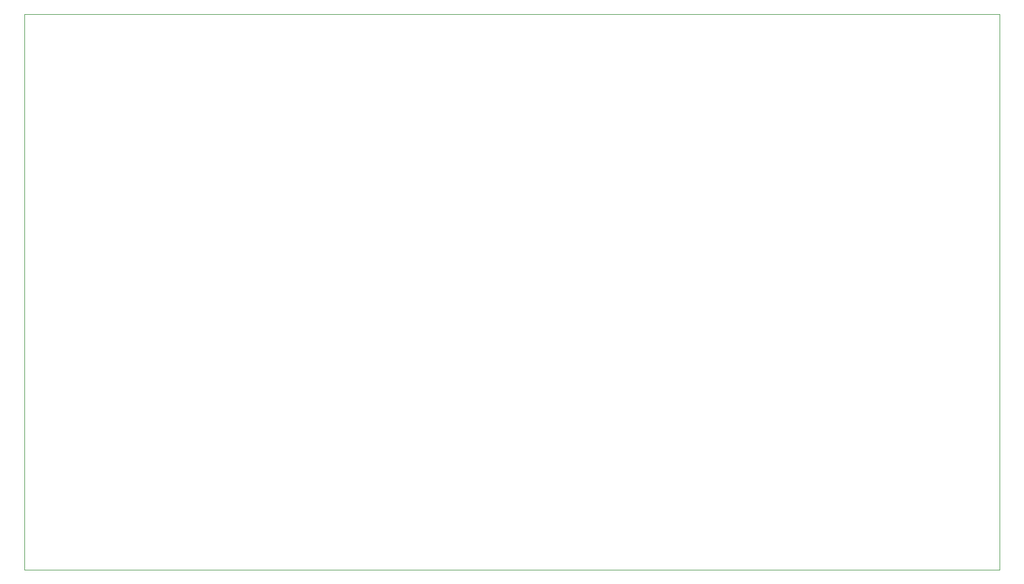
<source format=gbr>
%TF.GenerationSoftware,KiCad,Pcbnew,8.0.2-1*%
%TF.CreationDate,2025-01-01T20:34:54-05:00*%
%TF.ProjectId,C3P0_Controller,43335030-5f43-46f6-9e74-726f6c6c6572,rev?*%
%TF.SameCoordinates,Original*%
%TF.FileFunction,Profile,NP*%
%FSLAX46Y46*%
G04 Gerber Fmt 4.6, Leading zero omitted, Abs format (unit mm)*
G04 Created by KiCad (PCBNEW 8.0.2-1) date 2025-01-01 20:34:54*
%MOMM*%
%LPD*%
G01*
G04 APERTURE LIST*
%TA.AperFunction,Profile*%
%ADD10C,0.050000*%
%TD*%
G04 APERTURE END LIST*
D10*
X74422000Y-135890000D02*
X74422000Y-52956000D01*
X219876000Y-135890000D02*
X74422000Y-135890000D01*
X219876000Y-52956000D02*
X219876000Y-135890000D01*
X74422000Y-52956000D02*
X219876000Y-52956000D01*
M02*

</source>
